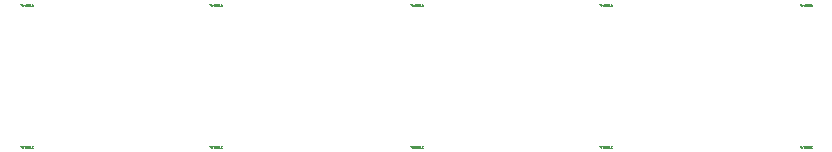
<source format=gbo>
G75*
%MOIN*%
%OFA0B0*%
%FSLAX25Y25*%
%IPPOS*%
%LPD*%
%AMOC8*
5,1,8,0,0,1.08239X$1,22.5*
%
%ADD10C,0.00100*%
D10*
X0048945Y0147807D02*
X0048945Y0148707D01*
X0048344Y0148707D01*
X0048645Y0148257D02*
X0048945Y0148257D01*
X0049265Y0148257D02*
X0049265Y0147807D01*
X0049265Y0148257D02*
X0049415Y0148407D01*
X0049866Y0148407D01*
X0049866Y0147807D01*
X0050186Y0147957D02*
X0050186Y0148557D01*
X0050786Y0147957D01*
X0050636Y0147807D01*
X0050336Y0147807D01*
X0050186Y0147957D01*
X0050186Y0148557D02*
X0050336Y0148707D01*
X0050636Y0148707D01*
X0050786Y0148557D01*
X0050786Y0147957D01*
X0051107Y0147957D02*
X0051257Y0147807D01*
X0051557Y0147807D01*
X0051707Y0147957D01*
X0051107Y0148557D01*
X0051107Y0147957D01*
X0051707Y0147957D02*
X0051707Y0148557D01*
X0051557Y0148707D01*
X0051257Y0148707D01*
X0051107Y0148557D01*
X0052027Y0147807D02*
X0052628Y0147807D01*
X0052328Y0147807D02*
X0052328Y0148707D01*
X0052628Y0148407D01*
X0111336Y0148707D02*
X0111937Y0148707D01*
X0111937Y0147807D01*
X0112257Y0147807D02*
X0112257Y0148257D01*
X0112407Y0148407D01*
X0112858Y0148407D01*
X0112858Y0147807D01*
X0113178Y0147957D02*
X0113328Y0147807D01*
X0113628Y0147807D01*
X0113779Y0147957D01*
X0113178Y0148557D01*
X0113178Y0147957D01*
X0113178Y0148557D02*
X0113328Y0148707D01*
X0113628Y0148707D01*
X0113779Y0148557D01*
X0113779Y0147957D01*
X0114099Y0147957D02*
X0114249Y0147807D01*
X0114549Y0147807D01*
X0114699Y0147957D01*
X0114099Y0148557D01*
X0114099Y0147957D01*
X0114699Y0147957D02*
X0114699Y0148557D01*
X0114549Y0148707D01*
X0114249Y0148707D01*
X0114099Y0148557D01*
X0115020Y0147807D02*
X0115620Y0147807D01*
X0115320Y0147807D02*
X0115320Y0148707D01*
X0115620Y0148407D01*
X0111937Y0148257D02*
X0111637Y0148257D01*
X0178266Y0148707D02*
X0178866Y0148707D01*
X0178866Y0147807D01*
X0179186Y0147807D02*
X0179186Y0148257D01*
X0179336Y0148407D01*
X0179787Y0148407D01*
X0179787Y0147807D01*
X0180107Y0147957D02*
X0180257Y0147807D01*
X0180558Y0147807D01*
X0180708Y0147957D01*
X0180107Y0148557D01*
X0180107Y0147957D01*
X0180107Y0148557D02*
X0180257Y0148707D01*
X0180558Y0148707D01*
X0180708Y0148557D01*
X0180708Y0147957D01*
X0181028Y0147957D02*
X0181178Y0147807D01*
X0181478Y0147807D01*
X0181628Y0147957D01*
X0181028Y0148557D01*
X0181028Y0147957D01*
X0181028Y0148557D02*
X0181178Y0148707D01*
X0181478Y0148707D01*
X0181628Y0148557D01*
X0181628Y0147957D01*
X0181949Y0147807D02*
X0182549Y0147807D01*
X0182249Y0147807D02*
X0182249Y0148707D01*
X0182549Y0148407D01*
X0178866Y0148257D02*
X0178566Y0148257D01*
X0241258Y0148707D02*
X0241858Y0148707D01*
X0241858Y0147807D01*
X0242178Y0147807D02*
X0242178Y0148257D01*
X0242329Y0148407D01*
X0242779Y0148407D01*
X0242779Y0147807D01*
X0243099Y0147957D02*
X0243249Y0147807D01*
X0243550Y0147807D01*
X0243700Y0147957D01*
X0243099Y0148557D01*
X0243099Y0147957D01*
X0243099Y0148557D02*
X0243249Y0148707D01*
X0243550Y0148707D01*
X0243700Y0148557D01*
X0243700Y0147957D01*
X0244020Y0147957D02*
X0244170Y0147807D01*
X0244470Y0147807D01*
X0244621Y0147957D01*
X0244020Y0148557D01*
X0244020Y0147957D01*
X0244020Y0148557D02*
X0244170Y0148707D01*
X0244470Y0148707D01*
X0244621Y0148557D01*
X0244621Y0147957D01*
X0244941Y0147807D02*
X0245541Y0147807D01*
X0245241Y0147807D02*
X0245241Y0148707D01*
X0245541Y0148407D01*
X0241858Y0148257D02*
X0241558Y0148257D01*
X0241858Y0195051D02*
X0241858Y0195952D01*
X0241258Y0195952D01*
X0241558Y0195501D02*
X0241858Y0195501D01*
X0242178Y0195501D02*
X0242178Y0195051D01*
X0242178Y0195501D02*
X0242329Y0195651D01*
X0242779Y0195651D01*
X0242779Y0195051D01*
X0243099Y0195201D02*
X0243249Y0195051D01*
X0243550Y0195051D01*
X0243700Y0195201D01*
X0243099Y0195801D01*
X0243099Y0195201D01*
X0243099Y0195801D02*
X0243249Y0195952D01*
X0243550Y0195952D01*
X0243700Y0195801D01*
X0243700Y0195201D01*
X0244020Y0195201D02*
X0244170Y0195051D01*
X0244470Y0195051D01*
X0244621Y0195201D01*
X0244020Y0195801D01*
X0244020Y0195201D01*
X0244020Y0195801D02*
X0244170Y0195952D01*
X0244470Y0195952D01*
X0244621Y0195801D01*
X0244621Y0195201D01*
X0244941Y0195051D02*
X0245541Y0195051D01*
X0245241Y0195051D02*
X0245241Y0195952D01*
X0245541Y0195651D01*
X0182549Y0195651D02*
X0182249Y0195952D01*
X0182249Y0195051D01*
X0182549Y0195051D02*
X0181949Y0195051D01*
X0181628Y0195201D02*
X0181028Y0195801D01*
X0181028Y0195201D01*
X0181178Y0195051D01*
X0181478Y0195051D01*
X0181628Y0195201D01*
X0181628Y0195801D01*
X0181478Y0195952D01*
X0181178Y0195952D01*
X0181028Y0195801D01*
X0180708Y0195801D02*
X0180558Y0195952D01*
X0180257Y0195952D01*
X0180107Y0195801D01*
X0180708Y0195201D01*
X0180558Y0195051D01*
X0180257Y0195051D01*
X0180107Y0195201D01*
X0180107Y0195801D01*
X0179787Y0195651D02*
X0179336Y0195651D01*
X0179186Y0195501D01*
X0179186Y0195051D01*
X0178866Y0195051D02*
X0178866Y0195952D01*
X0178266Y0195952D01*
X0178566Y0195501D02*
X0178866Y0195501D01*
X0179787Y0195651D02*
X0179787Y0195051D01*
X0180708Y0195201D02*
X0180708Y0195801D01*
X0115620Y0195651D02*
X0115320Y0195952D01*
X0115320Y0195051D01*
X0115620Y0195051D02*
X0115020Y0195051D01*
X0114699Y0195201D02*
X0114099Y0195801D01*
X0114099Y0195201D01*
X0114249Y0195051D01*
X0114549Y0195051D01*
X0114699Y0195201D01*
X0114699Y0195801D01*
X0114549Y0195952D01*
X0114249Y0195952D01*
X0114099Y0195801D01*
X0113779Y0195801D02*
X0113628Y0195952D01*
X0113328Y0195952D01*
X0113178Y0195801D01*
X0113779Y0195201D01*
X0113628Y0195051D01*
X0113328Y0195051D01*
X0113178Y0195201D01*
X0113178Y0195801D01*
X0112858Y0195651D02*
X0112407Y0195651D01*
X0112257Y0195501D01*
X0112257Y0195051D01*
X0111937Y0195051D02*
X0111937Y0195952D01*
X0111336Y0195952D01*
X0111637Y0195501D02*
X0111937Y0195501D01*
X0112858Y0195651D02*
X0112858Y0195051D01*
X0113779Y0195201D02*
X0113779Y0195801D01*
X0052628Y0195651D02*
X0052328Y0195952D01*
X0052328Y0195051D01*
X0052628Y0195051D02*
X0052027Y0195051D01*
X0051707Y0195201D02*
X0051107Y0195801D01*
X0051107Y0195201D01*
X0051257Y0195051D01*
X0051557Y0195051D01*
X0051707Y0195201D01*
X0051707Y0195801D01*
X0051557Y0195952D01*
X0051257Y0195952D01*
X0051107Y0195801D01*
X0050786Y0195801D02*
X0050636Y0195952D01*
X0050336Y0195952D01*
X0050186Y0195801D01*
X0050786Y0195201D01*
X0050636Y0195051D01*
X0050336Y0195051D01*
X0050186Y0195201D01*
X0050186Y0195801D01*
X0049866Y0195651D02*
X0049415Y0195651D01*
X0049265Y0195501D01*
X0049265Y0195051D01*
X0048945Y0195051D02*
X0048945Y0195952D01*
X0048344Y0195952D01*
X0048645Y0195501D02*
X0048945Y0195501D01*
X0049866Y0195651D02*
X0049866Y0195051D01*
X0050786Y0195201D02*
X0050786Y0195801D01*
X0308187Y0195952D02*
X0308787Y0195952D01*
X0308787Y0195051D01*
X0309108Y0195051D02*
X0309108Y0195501D01*
X0309258Y0195651D01*
X0309708Y0195651D01*
X0309708Y0195051D01*
X0310028Y0195201D02*
X0310179Y0195051D01*
X0310479Y0195051D01*
X0310629Y0195201D01*
X0310028Y0195801D01*
X0310028Y0195201D01*
X0310028Y0195801D02*
X0310179Y0195952D01*
X0310479Y0195952D01*
X0310629Y0195801D01*
X0310629Y0195201D01*
X0310949Y0195201D02*
X0311099Y0195051D01*
X0311400Y0195051D01*
X0311550Y0195201D01*
X0310949Y0195801D01*
X0310949Y0195201D01*
X0310949Y0195801D02*
X0311099Y0195952D01*
X0311400Y0195952D01*
X0311550Y0195801D01*
X0311550Y0195201D01*
X0311870Y0195051D02*
X0312470Y0195051D01*
X0312170Y0195051D02*
X0312170Y0195952D01*
X0312470Y0195651D01*
X0308787Y0195501D02*
X0308487Y0195501D01*
X0308787Y0148707D02*
X0308187Y0148707D01*
X0308487Y0148257D02*
X0308787Y0148257D01*
X0309108Y0148257D02*
X0309108Y0147807D01*
X0308787Y0147807D02*
X0308787Y0148707D01*
X0309108Y0148257D02*
X0309258Y0148407D01*
X0309708Y0148407D01*
X0309708Y0147807D01*
X0310028Y0147957D02*
X0310179Y0147807D01*
X0310479Y0147807D01*
X0310629Y0147957D01*
X0310028Y0148557D01*
X0310028Y0147957D01*
X0310028Y0148557D02*
X0310179Y0148707D01*
X0310479Y0148707D01*
X0310629Y0148557D01*
X0310629Y0147957D01*
X0310949Y0147957D02*
X0311099Y0147807D01*
X0311400Y0147807D01*
X0311550Y0147957D01*
X0310949Y0148557D01*
X0310949Y0147957D01*
X0310949Y0148557D02*
X0311099Y0148707D01*
X0311400Y0148707D01*
X0311550Y0148557D01*
X0311550Y0147957D01*
X0311870Y0147807D02*
X0312470Y0147807D01*
X0312170Y0147807D02*
X0312170Y0148707D01*
X0312470Y0148407D01*
M02*

</source>
